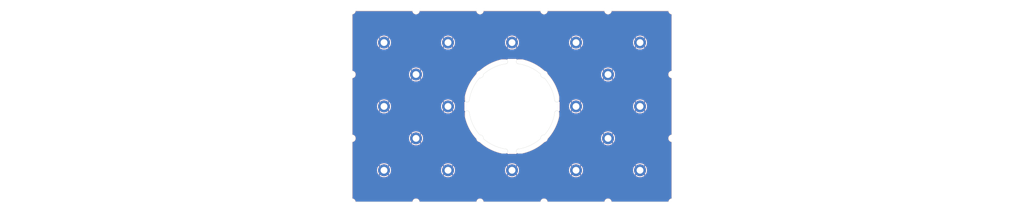
<source format=kicad_pcb>
(kicad_pcb (version 20211014) (generator pcbnew)
  (layers (0 "F.Cu" signal) (31 "B.Cu" signal) (34 "B.Paste" user) (35 "F.Paste" user) (36 "B.SilkS" user "B.Silkscreen") (37 "F.SilkS" user "F.Silkscreen") (38 "B.Mask" user) (39 "F.Mask" user) (44 "Edge.Cuts" user))
  (net 0 "")
  (net 1 "GND")
  (footprint "" (layer "F.Cu") (at 95 110)
    (fp_text reference "" (at 0 0) (layer "F.SilkS") (effects (font (size 1.27 1.27))))
    (fp_text value "" (at 0 0) (layer "F.SilkS") (effects (font (size 1.27 1.27))))
    (pad "1" thru_hole circle (at 0 0) (size 5.6 5.6) (drill 3.2) (layers *.Cu *.Mask) (net 1 "GND"))
  )
  (footprint "" (layer "F.Cu") (at 170 125)
    (fp_text reference "" (at 0 0) (layer "F.SilkS") (effects (font (size 1.27 1.27))))
    (fp_text value "" (at 0 0) (layer "F.SilkS") (effects (font (size 1.27 1.27))))
    (pad "1" thru_hole circle (at 0 0) (size 5.6 5.6) (drill 3.2) (layers *.Cu *.Mask) (net 1 "GND"))
  )
  (footprint "Panelization:mouse-bite-2mm-slot-4mm" (layer "F.Cu") (at 140 74 180)
    (fp_text reference "mouse-bite-2mm-slot" hide)
    (fp_text value "VAL**" hide)
    (fp_arc (start -3 -1) (mid -2 0) (end -3 1) (layer "Edge.Cuts") (width 0.12))
    (fp_arc (start 3 1) (mid 2 0) (end 3 -1) (layer "Edge.Cuts") (width 0.12))
    (pad "" np_thru_hole circle (at -1.05 -0.9 180) (size 0.5 0.5) (drill 0.5) (layers *.Cu *.Mask))
    (pad "" np_thru_hole circle (at 1.75 0.9 180) (size 0.5 0.5) (drill 0.5) (layers *.Cu *.Mask))
    (pad "" np_thru_hole circle (at -1.05 0.9 180) (size 0.5 0.5) (drill 0.5) (layers *.Cu *.Mask))
    (pad "" np_thru_hole circle (at -1.75 0.9 180) (size 0.5 0.5) (drill 0.5) (layers *.Cu *.Mask))
    (pad "" np_thru_hole circle (at 1.05 -0.9 180) (size 0.5 0.5) (drill 0.5) (layers *.Cu *.Mask))
    (pad "" np_thru_hole circle (at -0.35 0.9 180) (size 0.5 0.5) (drill 0.5) (layers *.Cu *.Mask))
    (pad "" np_thru_hole circle (at 1.05 0.9 180) (size 0.5 0.5) (drill 0.5) (layers *.Cu *.Mask))
    (pad "" np_thru_hole circle (at 0.35 0.9 180) (size 0.5 0.5) (drill 0.5) (layers *.Cu *.Mask))
    (pad "" np_thru_hole circle (at 0.35 -0.9 180) (size 0.5 0.5) (drill 0.5) (layers *.Cu *.Mask))
    (pad "" np_thru_hole circle (at -0.35 -0.9 180) (size 0.5 0.5) (drill 0.5) (layers *.Cu *.Mask))
    (pad "" np_thru_hole circle (at 1.75 -0.9 180) (size 0.5 0.5) (drill 0.5) (layers *.Cu *.Mask))
    (pad "" np_thru_hole circle (at -1.75 -0.9 180) (size 0.5 0.5) (drill 0.5) (layers *.Cu *.Mask))
  )
  (footprint "" (layer "F.Cu") (at 200 95)
    (fp_text reference "" (at 0 0) (layer "F.SilkS") (effects (font (size 1.27 1.27))))
    (fp_text value "" (at 0 0) (layer "F.SilkS") (effects (font (size 1.27 1.27))))
    (pad "1" thru_hole circle (at 0 0) (size 5.6 5.6) (drill 3.2) (layers *.Cu *.Mask) (net 1 "GND"))
  )
  (footprint "" (layer "F.Cu") (at 170 65)
    (fp_text reference "" (at 0 0) (layer "F.SilkS") (effects (font (size 1.27 1.27))))
    (fp_text value "" (at 0 0) (layer "F.SilkS") (effects (font (size 1.27 1.27))))
    (pad "1" thru_hole circle (at 0 0) (size 5.6 5.6) (drill 3.2) (layers *.Cu *.Mask) (net 1 "GND"))
  )
  (footprint "" (layer "F.Cu") (at 140 125)
    (fp_text reference "" (at 0 0) (layer "F.SilkS") (effects (font (size 1.27 1.27))))
    (fp_text value "" (at 0 0) (layer "F.SilkS") (effects (font (size 1.27 1.27))))
    (pad "1" thru_hole circle (at 0 0) (size 5.6 5.6) (drill 3.2) (layers *.Cu *.Mask) (net 1 "GND"))
  )
  (footprint "" (layer "F.Cu") (at 95 80)
    (fp_text reference "" (at 0 0) (layer "F.SilkS") (effects (font (size 1.27 1.27))))
    (fp_text value "" (at 0 0) (layer "F.SilkS") (effects (font (size 1.27 1.27))))
    (pad "1" thru_hole circle (at 0 0) (size 5.6 5.6) (drill 3.2) (layers *.Cu *.Mask) (net 1 "GND"))
  )
  (footprint "" (layer "F.Cu") (at 80 125)
    (fp_text reference "" (at -20 0) (layer "F.SilkS") (effects (font (size 1.27 1.27))))
    (fp_text value "" (at -20 0) (layer "F.SilkS") (effects (font (size 1.27 1.27))))
    (pad "1" thru_hole circle (at 0 0) (size 5.6 5.6) (drill 3.2) (layers *.Cu *.Mask) (net 1 "GND"))
  )
  (footprint "Panelization:mouse-bite-2mm-slot-4mm" (layer "F.Cu") (at 140 116 180)
    (fp_text reference "mouse-bite-2mm-slot" hide)
    (fp_text value "VAL**" hide)
    (fp_arc (start 3 1) (mid 2 0) (end 3 -1) (layer "Edge.Cuts") (width 0.12))
    (fp_arc (start -3 -1) (mid -2 0) (end -3 1) (layer "Edge.Cuts") (width 0.12))
    (pad "" np_thru_hole circle (at 1.75 -0.9 180) (size 0.5 0.5) (drill 0.5) (layers *.Cu *.Mask))
    (pad "" np_thru_hole circle (at 0.35 0.9 180) (size 0.5 0.5) (drill 0.5) (layers *.Cu *.Mask))
    (pad "" np_thru_hole circle (at -1.75 0.9 180) (size 0.5 0.5) (drill 0.5) (layers *.Cu *.Mask))
    (pad "" np_thru_hole circle (at -1.05 -0.9 180) (size 0.5 0.5) (drill 0.5) (layers *.Cu *.Mask))
    (pad "" np_thru_hole circle (at -0.35 -0.9 180) (size 0.5 0.5) (drill 0.5) (layers *.Cu *.Mask))
    (pad "" np_thru_hole circle (at 0.35 -0.9 180) (size 0.5 0.5) (drill 0.5) (layers *.Cu *.Mask))
    (pad "" np_thru_hole circle (at -0.35 0.9 180) (size 0.5 0.5) (drill 0.5) (layers *.Cu *.Mask))
    (pad "" np_thru_hole circle (at 1.05 -0.9 180) (size 0.5 0.5) (drill 0.5) (layers *.Cu *.Mask))
    (pad "" np_thru_hole circle (at -1.75 -0.9 180) (size 0.5 0.5) (drill 0.5) (layers *.Cu *.Mask))
    (pad "" np_thru_hole circle (at -1.05 0.9 180) (size 0.5 0.5) (drill 0.5) (layers *.Cu *.Mask))
    (pad "" np_thru_hole circle (at 1.05 0.9 180) (size 0.5 0.5) (drill 0.5) (layers *.Cu *.Mask))
    (pad "" np_thru_hole circle (at 1.75 0.9 180) (size 0.5 0.5) (drill 0.5) (layers *.Cu *.Mask))
  )
  (footprint "Panelization:mouse-bite-2mm-slot-4mm" (layer "F.Cu") (at 119 95 90)
    (fp_text reference "mouse-bite-2mm-slot" hide)
    (fp_text value "VAL**" hide)
    (fp_arc (start 3 1) (mid 2 0) (end 3 -1) (layer "Edge.Cuts") (width 0.12))
    (fp_arc (start -3 -1) (mid -2 0) (end -3 1) (layer "Edge.Cuts") (width 0.12))
    (pad "" np_thru_hole circle (at -0.35 -0.9 90) (size 0.5 0.5) (drill 0.5) (layers *.Cu *.Mask))
    (pad "" np_thru_hole circle (at -1.05 -0.9 90) (size 0.5 0.5) (drill 0.5) (layers *.Cu *.Mask))
    (pad "" np_thru_hole circle (at 0.35 -0.9 90) (size 0.5 0.5) (drill 0.5) (layers *.Cu *.Mask))
    (pad "" np_thru_hole circle (at -1.75 -0.9 90) (size 0.5 0.5) (drill 0.5) (layers *.Cu *.Mask))
    (pad "" np_thru_hole circle (at -0.35 0.9 90) (size 0.5 0.5) (drill 0.5) (layers *.Cu *.Mask))
    (pad "" np_thru_hole circle (at 1.05 -0.9 90) (size 0.5 0.5) (drill 0.5) (layers *.Cu *.Mask))
    (pad "" np_thru_hole circle (at -1.05 0.9 90) (size 0.5 0.5) (drill 0.5) (layers *.Cu *.Mask))
    (pad "" np_thru_hole circle (at 1.75 -0.9 90) (size 0.5 0.5) (drill 0.5) (layers *.Cu *.Mask))
    (pad "" np_thru_hole circle (at 1.75 0.9 90) (size 0.5 0.5) (drill 0.5) (layers *.Cu *.Mask))
    (pad "" np_thru_hole circle (at 1.05 0.9 90) (size 0.5 0.5) (drill 0.5) (layers *.Cu *.Mask))
    (pad "" np_thru_hole circle (at 0.35 0.9 90) (size 0.5 0.5) (drill 0.5) (layers *.Cu *.Mask))
    (pad "" np_thru_hole circle (at -1.75 0.9 90) (size 0.5 0.5) (drill 0.5) (layers *.Cu *.Mask))
  )
  (footprint "" (layer "F.Cu") (at 80 95)
    (fp_text reference "" (at -20 0) (layer "F.SilkS") (effects (font (size 1.27 1.27))))
    (fp_text value "" (at -20 0) (layer "F.SilkS") (effects (font (size 1.27 1.27))))
    (pad "1" thru_hole circle (at 0 0) (size 5.6 5.6) (drill 3.2) (layers *.Cu *.Mask) (net 1 "GND"))
  )
  (footprint "" (layer "F.Cu") (at 80 65)
    (fp_text reference "" (at -20 0) (layer "F.SilkS") (effects (font (size 1.27 1.27))))
    (fp_text value "" (at -20 0) (layer "F.SilkS") (effects (font (size 1.27 1.27))))
    (pad "1" thru_hole circle (at 0 0) (size 5.6 5.6) (drill 3.2) (layers *.Cu *.Mask) (net 1 "GND"))
  )
  (footprint "" (layer "F.Cu") (at 185 80)
    (fp_text reference "" (at 0 0) (layer "F.SilkS") (effects (font (size 1.27 1.27))))
    (fp_text value "" (at 0 0) (layer "F.SilkS") (effects (font (size 1.27 1.27))))
    (pad "1" thru_hole circle (at 0 0) (size 5.6 5.6) (drill 3.2) (layers *.Cu *.Mask) (net 1 "GND"))
  )
  (footprint "" (layer "F.Cu") (at 200 65)
    (fp_text reference "" (at 0 0) (layer "F.SilkS") (effects (font (size 1.27 1.27))))
    (fp_text value "" (at 0 0) (layer "F.SilkS") (effects (font (size 1.27 1.27))))
    (pad "1" thru_hole circle (at 0 0) (size 5.6 5.6) (drill 3.2) (layers *.Cu *.Mask) (net 1 "GND"))
  )
  (footprint "" (layer "F.Cu") (at 170 95)
    (fp_text reference "" (at 0 0) (layer "F.SilkS") (effects (font (size 1.27 1.27))))
    (fp_text value "" (at 0 0) (layer "F.SilkS") (effects (font (size 1.27 1.27))))
    (pad "1" thru_hole circle (at 0 0) (size 5.6 5.6) (drill 3.2) (layers *.Cu *.Mask) (net 1 "GND"))
  )
  (footprint "" (layer "F.Cu") (at 185 110)
    (fp_text reference "" (at 0 0) (layer "F.SilkS") (effects (font (size 1.27 1.27))))
    (fp_text value "" (at 0 0) (layer "F.SilkS") (effects (font (size 1.27 1.27))))
    (pad "1" thru_hole circle (at 0 0) (size 5.6 5.6) (drill 3.2) (layers *.Cu *.Mask) (net 1 "GND"))
  )
  (footprint "" (layer "F.Cu") (at 200 125)
    (fp_text reference "" (at 0 0) (layer "F.SilkS") (effects (font (size 1.27 1.27))))
    (fp_text value "" (at 0 0) (layer "F.SilkS") (effects (font (size 1.27 1.27))))
    (pad "1" thru_hole circle (at 0 0) (size 5.6 5.6) (drill 3.2) (layers *.Cu *.Mask) (net 1 "GND"))
  )
  (footprint "" (layer "F.Cu") (at 110 65)
    (fp_text reference "" (at 0 0) (layer "F.SilkS") (effects (font (size 1.27 1.27))))
    (fp_text value "" (at 0 0) (layer "F.SilkS") (effects (font (size 1.27 1.27))))
    (pad "1" thru_hole circle (at 0 0) (size 5.6 5.6) (drill 3.2) (layers *.Cu *.Mask) (net 1 "GND"))
  )
  (footprint "" (layer "F.Cu") (at 110 95)
    (fp_text reference "" (at 0 0) (layer "F.SilkS") (effects (font (size 1.27 1.27))))
    (fp_text value "" (at 0 0) (layer "F.SilkS") (effects (font (size 1.27 1.27))))
    (pad "1" thru_hole circle (at 0 0) (size 5.6 5.6) (drill 3.2) (layers *.Cu *.Mask) (net 1 "GND"))
  )
  (footprint "" (layer "F.Cu") (at 110 125)
    (fp_text reference "" (at 0 0) (layer "F.SilkS") (effects (font (size 1.27 1.27))))
    (fp_text value "" (at 0 0) (layer "F.SilkS") (effects (font (size 1.27 1.27))))
    (pad "1" thru_hole circle (at 0 0) (size 5.6 5.6) (drill 3.2) (layers *.Cu *.Mask) (net 1 "GND"))
  )
  (footprint "" (layer "F.Cu") (at 140 65)
    (fp_text reference "" (at 0 0) (layer "F.SilkS") (effects (font (size 1.27 1.27))))
    (fp_text value "" (at 0 0) (layer "F.SilkS") (effects (font (size 1.27 1.27))))
    (pad "1" thru_hole circle (at 0 0) (size 5.6 5.6) (drill 3.2) (layers *.Cu *.Mask) (net 1 "GND"))
  )
  (footprint "Panelization:mouse-bite-2mm-slot-4mm" (layer "F.Cu") (at 161 95 90)
    (fp_text reference "mouse-bite-2mm-slot" hide)
    (fp_text value "VAL**" hide)
    (fp_arc (start 3 1) (mid 2 0) (end 3 -1) (layer "Edge.Cuts") (width 0.12))
    (fp_arc (start -3 -1) (mid -2 0) (end -3 1) (layer "Edge.Cuts") (width 0.12))
    (pad "" np_thru_hole circle (at 1.05 0.9 90) (size 0.5 0.5) (drill 0.5) (layers *.Cu *.Mask))
    (pad "" np_thru_hole circle (at -0.35 0.9 90) (size 0.5 0.5) (drill 0.5) (layers *.Cu *.Mask))
    (pad "" np_thru_hole circle (at 0.35 -0.9 90) (size 0.5 0.5) (drill 0.5) (layers *.Cu *.Mask))
    (pad "" np_thru_hole circle (at -1.05 -0.9 90) (size 0.5 0.5) (drill 0.5) (layers *.Cu *.Mask))
    (pad "" np_thru_hole circle (at 0.35 0.9 90) (size 0.5 0.5) (drill 0.5) (layers *.Cu *.Mask))
    (pad "" np_thru_hole circle (at 1.75 -0.9 90) (size 0.5 0.5) (drill 0.5) (layers *.Cu *.Mask))
    (pad "" np_thru_hole circle (at 1.05 -0.9 90) (size 0.5 0.5) (drill 0.5) (layers *.Cu *.Mask))
    (pad "" np_thru_hole circle (at -1.05 0.9 90) (size 0.5 0.5) (drill 0.5) (layers *.Cu *.Mask))
    (pad "" np_thru_hole circle (at 1.75 0.9 90) (size 0.5 0.5) (drill 0.5) (layers *.Cu *.Mask))
    (pad "" np_thru_hole circle (at -1.75 -0.9 90) (size 0.5 0.5) (drill 0.5) (layers *.Cu *.Mask))
    (pad "" np_thru_hole circle (at -1.75 0.9 90) (size 0.5 0.5) (drill 0.5) (layers *.Cu *.Mask))
    (pad "" np_thru_hole circle (at -0.35 -0.9 90) (size 0.5 0.5) (drill 0.5) (layers *.Cu *.Mask))
  )
  (gr_arc (start 123.4 79.8) (mid 123.859826 78.859826) (end 124.8 78.400001) (layer "Edge.Cuts") (width 0.1))
  (gr_arc (start 155.2 78.4) (mid 156.140174 78.859826) (end 156.599999 79.8) (layer "Edge.Cuts") (width 0.1))
  (gr_line (start 66.6 139.9) (end 93.4 139.900275) (layer "Edge.Cuts") (width 0.1))
  (gr_line (start 162 98) (end 162 99.7) (layer "Edge.Cuts") (width 0.1))
  (gr_arc (start 65.1 138.388233) (mid 66.136701 138.859647) (end 66.6 139.9) (layer "Edge.Cuts") (width 0.1))
  (gr_arc (start 213.4 139.900275) (mid 213.863213 138.859751) (end 214.9 138.388233) (layer "Edge.Cuts") (width 0.1))
  (gr_line (start 213.4 139.900275) (end 186.6 139.900275) (layer "Edge.Cuts") (width 0.1))
  (gr_arc (start 160 98) (mid 158.342125 103.542519) (end 155.2 108.4) (layer "Edge.Cuts") (width 0.1))
  (gr_line (start 156.6 50.100137) (end 183.4 50.100137) (layer "Edge.Cuts") (width 0.1))
  (gr_line (start 126.6 50.100137) (end 153.4 50.100137) (layer "Edge.Cuts") (width 0.1))
  (gr_arc (start 123.400002 110.2) (mid 119.996561 105.311769) (end 118 99.7) (layer "Edge.Cuts") (width 0.1))
  (gr_line (start 143 73) (end 144.7 73) (layer "Edge.Cuts") (width 0.1))
  (gr_line (start 65.1 81.6) (end 65.1 108.4) (layer "Edge.Cuts") (width 0.1))
  (gr_line (start 66.6 50.1) (end 93.4 50.100275) (layer "Edge.Cuts") (width 0.1))
  (gr_line (start 214.9 78.4) (end 214.9 51.611767) (layer "Edge.Cuts") (width 0.1))
  (gr_line (start 214.9 138.388233) (end 214.9 111.6) (layer "Edge.Cuts") (width 0.1))
  (gr_arc (start 183.4 139.900275) (mid 185 138.396062) (end 186.6 139.900275) (layer "Edge.Cuts") (width 0.1))
  (gr_line (start 143 117) (end 144.7 117) (layer "Edge.Cuts") (width 0.1))
  (gr_arc (start 124.9 108.4) (mid 121.698783 103.553939) (end 120 98) (layer "Edge.Cuts") (width 0.1))
  (gr_arc (start 153.4 139.900275) (mid 155 138.396063) (end 156.6 139.900275) (layer "Edge.Cuts") (width 0.1))
  (gr_arc (start 65.1 108.4) (mid 66.603955 110) (end 65.1 111.6) (layer "Edge.Cuts") (width 0.1))
  (gr_line (start 162 92) (end 162 90.3) (layer "Edge.Cuts") (width 0.1))
  (gr_arc (start 126.6 79.9) (mid 131.446061 76.698783) (end 137 75) (layer "Edge.Cuts") (width 0.1))
  (gr_arc (start 156.6 50.100137) (mid 155 51.603351) (end 153.4 50.100137) (layer "Edge.Cuts") (width 0.1))
  (gr_arc (start 120 92) (mid 121.657875 86.457481) (end 124.8 81.6) (layer "Edge.Cuts") (width 0.1))
  (gr_arc (start 144.7 73) (mid 150.309224 75.001509) (end 155.2 78.4) (layer "Edge.Cuts") (width 0.1))
  (gr_arc (start 214.9 51.611767) (mid 213.863343 51.140404) (end 213.4 50.100137) (layer "Edge.Cuts") (width 0.1))
  (gr_line (start 186.6 50.100137) (end 213.4 50.100137) (layer "Edge.Cuts") (width 0.1))
  (gr_arc (start 156.599998 79.8) (mid 160.003439 84.688231) (end 162 90.3) (layer "Edge.Cuts") (width 0.1))
  (gr_line (start 137 117) (end 135.3 117) (layer "Edge.Cuts") (width 0.1))
  (gr_arc (start 126.6 50.100137) (mid 125 51.603352) (end 123.4 50.100137) (layer "Edge.Cuts") (width 0.1))
  (gr_arc (start 126.6 79.9) (mid 126.126441 81.201525) (end 124.8 81.6) (layer "Edge.Cuts") (width 0.1))
  (gr_arc (start 118 90.3) (mid 120.001509 84.690776) (end 123.4 79.8) (layer "Edge.Cuts") (width 0.1))
  (gr_arc (start 155.2 111.599998) (mid 150.311769 115.003439) (end 144.7 117) (layer "Edge.Cuts") (width 0.1))
  (gr_arc (start 155.1 81.6) (mid 158.301217 86.446061) (end 160 92) (layer "Edge.Cuts") (width 0.1))
  (gr_arc (start 156.6 110.2) (mid 156.140174 111.140174) (end 155.2 111.599999) (layer "Edge.Cuts") (width 0.1))
  (gr_arc (start 66.6 50.1) (mid 66.136695 51.140347) (end 65.1 51.611767) (layer "Edge.Cuts") (width 0.1))
  (gr_arc (start 135.3 117) (mid 129.690776 114.998491) (end 124.8 111.6) (layer "Edge.Cuts") (width 0.1))
  (gr_line (start 118 92) (end 118 90.3) (layer "Edge.Cuts") (width 0.1))
  (gr_arc (start 93.4 139.900275) (mid 95 138.396063) (end 96.6 139.900275) (layer "Edge.Cuts") (width 0.1))
  (gr_line (start 214.9 108.4) (end 214.9 81.6) (layer "Edge.Cuts") (width 0.1))
  (gr_line (start 96.6 50.099862) (end 123.4 50.100137) (layer "Edge.Cuts") (width 0.1))
  (gr_arc (start 155.1 81.6) (mid 153.798475 81.126441) (end 153.4 79.8) (layer "Edge.Cuts") (width 0.1))
  (gr_line (start 153.4 139.900275) (end 126.6 139.901057) (layer "Edge.Cuts") (width 0.1))
  (gr_arc (start 137 115) (mid 131.457481 113.342125) (end 126.6 110.2) (layer "Edge.Cuts") (width 0.1))
  (gr_arc (start 124.8 78.400002) (mid 129.688231 74.996561) (end 135.3 73) (layer "Edge.Cuts") (width 0.1))
  (gr_arc (start 124.8 111.6) (mid 123.859826 111.140174) (end 123.400001 110.2) (layer "Edge.Cuts") (width 0.1))
  (gr_line (start 65.1 51.611767) (end 65.1 78.4) (layer "Edge.Cuts") (width 0.1))
  (gr_line (start 137 73) (end 135.3 73) (layer "Edge.Cuts") (width 0.1))
  (gr_arc (start 124.9 108.4) (mid 126.201525 108.873559) (end 126.6 110.2) (layer "Edge.Cuts") (width 0.1))
  (gr_line (start 65.1 111.6) (end 65.1 138.388233) (layer "Edge.Cuts") (width 0.1))
  (gr_arc (start 153.4 110.1) (mid 153.873559 108.798475) (end 155.2 108.4) (layer "Edge.Cuts") (width 0.1))
  (gr_line (start 123.4 139.901057) (end 96.6 139.900275) (layer "Edge.Cuts") (width 0.1))
  (gr_arc (start 123.4 139.901057) (mid 125 138.396845) (end 126.6 139.901057) (layer "Edge.Cuts") (width 0.1))
  (gr_line (start 118 98) (end 118 99.7) (layer "Edge.Cuts") (width 0.1))
  (gr_arc (start 162 99.7) (mid 159.998491 105.309224) (end 156.6 110.2) (layer "Edge.Cuts") (width 0.1))
  (gr_arc (start 96.6 50.099862) (mid 95.000194 51.603089) (end 93.4 50.100275) (layer "Edge.Cuts") (width 0.1))
  (gr_arc (start 186.6 50.100137) (mid 185 51.603351) (end 183.4 50.100137) (layer "Edge.Cuts") (width 0.1))
  (gr_arc (start 153.4 110.1) (mid 148.553939 113.301217) (end 143 115) (layer "Edge.Cuts") (width 0.1))
  (gr_arc (start 143 75) (mid 148.542519 76.657875) (end 153.4 79.8) (layer "Edge.Cuts") (width 0.1))
  (gr_arc (start 214.9 111.6) (mid 213.396045 110) (end 214.9 108.4) (layer "Edge.Cuts") (width 0.1))
  (gr_arc (start 214.9 81.6) (mid 213.396045 80) (end 214.9 78.4) (layer "Edge.Cuts") (width 0.1))
  (gr_arc (start 65.1 78.4) (mid 66.603955 80) (end 65.1 81.6) (layer "Edge.Cuts") (width 0.1))
  (gr_line (start 183.4 139.900275) (end 156.6 139.900275) (layer "Edge.Cuts") (width 0.1))
  (zone (net 1) (net_name "GND") (layers F&B.Cu) (connect_pads (clearance 0.2)) (min_thickness 0.2) (fill yes (thermal_gap 0.508) (thermal_bridge_width 0.508))
    (polygon (pts (xy 380 45) (xy 380 145) (xy -100 145) (xy -100 45)))
  )
)
</source>
